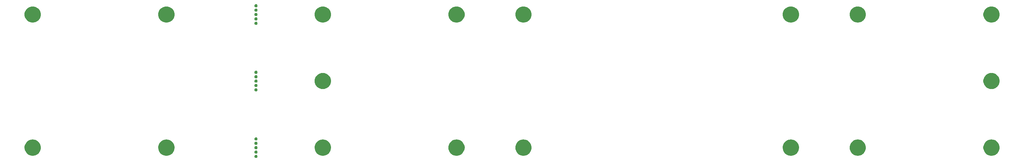
<source format=gbr>
G04 #@! TF.GenerationSoftware,KiCad,Pcbnew,(5.1.2-1)-1*
G04 #@! TF.CreationDate,2020-05-24T08:17:01-05:00*
G04 #@! TF.ProjectId,therick48.16SP_top_plate,74686572-6963-46b3-9438-2e313653505f,rev?*
G04 #@! TF.SameCoordinates,Original*
G04 #@! TF.FileFunction,Soldermask,Top*
G04 #@! TF.FilePolarity,Negative*
%FSLAX46Y46*%
G04 Gerber Fmt 4.6, Leading zero omitted, Abs format (unit mm)*
G04 Created by KiCad (PCBNEW (5.1.2-1)-1) date 2020-05-24 08:17:01*
%MOMM*%
%LPD*%
G04 APERTURE LIST*
%ADD10C,0.100000*%
G04 APERTURE END LIST*
D10*
G36*
X131231207Y-101246070D02*
G01*
X131313282Y-101280067D01*
X131313284Y-101280068D01*
X131350468Y-101304914D01*
X131387150Y-101329424D01*
X131449970Y-101392244D01*
X131499327Y-101466112D01*
X131533324Y-101548187D01*
X131550655Y-101635318D01*
X131550655Y-101724160D01*
X131533324Y-101811291D01*
X131499327Y-101893366D01*
X131499326Y-101893368D01*
X131449969Y-101967235D01*
X131387151Y-102030053D01*
X131313284Y-102079410D01*
X131313283Y-102079411D01*
X131313282Y-102079411D01*
X131231207Y-102113408D01*
X131144076Y-102130739D01*
X131055234Y-102130739D01*
X130968103Y-102113408D01*
X130886028Y-102079411D01*
X130886027Y-102079411D01*
X130886026Y-102079410D01*
X130812159Y-102030053D01*
X130749341Y-101967235D01*
X130699984Y-101893368D01*
X130699983Y-101893366D01*
X130665986Y-101811291D01*
X130648655Y-101724160D01*
X130648655Y-101635318D01*
X130665986Y-101548187D01*
X130699983Y-101466112D01*
X130749340Y-101392244D01*
X130812160Y-101329424D01*
X130848842Y-101304914D01*
X130886026Y-101280068D01*
X130886028Y-101280067D01*
X130968103Y-101246070D01*
X131055234Y-101228739D01*
X131144076Y-101228739D01*
X131231207Y-101246070D01*
X131231207Y-101246070D01*
G37*
G36*
X302548903Y-96923213D02*
G01*
X302771177Y-96967426D01*
X303189932Y-97140880D01*
X303566802Y-97392696D01*
X303887304Y-97713198D01*
X304139120Y-98090068D01*
X304312574Y-98508823D01*
X304312574Y-98508824D01*
X304401000Y-98953370D01*
X304401000Y-99406630D01*
X304376449Y-99530054D01*
X304312574Y-99851177D01*
X304139120Y-100269932D01*
X303887304Y-100646802D01*
X303566802Y-100967304D01*
X303189932Y-101219120D01*
X302771177Y-101392574D01*
X302548903Y-101436787D01*
X302326630Y-101481000D01*
X301873370Y-101481000D01*
X301651097Y-101436787D01*
X301428823Y-101392574D01*
X301010068Y-101219120D01*
X300633198Y-100967304D01*
X300312696Y-100646802D01*
X300060880Y-100269932D01*
X299887426Y-99851177D01*
X299823551Y-99530054D01*
X299799000Y-99406630D01*
X299799000Y-98953370D01*
X299887426Y-98508824D01*
X299887426Y-98508823D01*
X300060880Y-98090068D01*
X300312696Y-97713198D01*
X300633198Y-97392696D01*
X301010068Y-97140880D01*
X301428823Y-96967426D01*
X301651097Y-96923213D01*
X301873370Y-96879000D01*
X302326630Y-96879000D01*
X302548903Y-96923213D01*
X302548903Y-96923213D01*
G37*
G36*
X283548903Y-96923213D02*
G01*
X283771177Y-96967426D01*
X284189932Y-97140880D01*
X284566802Y-97392696D01*
X284887304Y-97713198D01*
X285139120Y-98090068D01*
X285312574Y-98508823D01*
X285312574Y-98508824D01*
X285401000Y-98953370D01*
X285401000Y-99406630D01*
X285376449Y-99530054D01*
X285312574Y-99851177D01*
X285139120Y-100269932D01*
X284887304Y-100646802D01*
X284566802Y-100967304D01*
X284189932Y-101219120D01*
X283771177Y-101392574D01*
X283548903Y-101436787D01*
X283326630Y-101481000D01*
X282873370Y-101481000D01*
X282651097Y-101436787D01*
X282428823Y-101392574D01*
X282010068Y-101219120D01*
X281633198Y-100967304D01*
X281312696Y-100646802D01*
X281060880Y-100269932D01*
X280887426Y-99851177D01*
X280823551Y-99530054D01*
X280799000Y-99406630D01*
X280799000Y-98953370D01*
X280887426Y-98508824D01*
X280887426Y-98508823D01*
X281060880Y-98090068D01*
X281312696Y-97713198D01*
X281633198Y-97392696D01*
X282010068Y-97140880D01*
X282428823Y-96967426D01*
X282651097Y-96923213D01*
X282873370Y-96879000D01*
X283326630Y-96879000D01*
X283548903Y-96923213D01*
X283548903Y-96923213D01*
G37*
G36*
X207548903Y-96923213D02*
G01*
X207771177Y-96967426D01*
X208189932Y-97140880D01*
X208566802Y-97392696D01*
X208887304Y-97713198D01*
X209139120Y-98090068D01*
X209312574Y-98508823D01*
X209312574Y-98508824D01*
X209401000Y-98953370D01*
X209401000Y-99406630D01*
X209376449Y-99530054D01*
X209312574Y-99851177D01*
X209139120Y-100269932D01*
X208887304Y-100646802D01*
X208566802Y-100967304D01*
X208189932Y-101219120D01*
X207771177Y-101392574D01*
X207548903Y-101436787D01*
X207326630Y-101481000D01*
X206873370Y-101481000D01*
X206651097Y-101436787D01*
X206428823Y-101392574D01*
X206010068Y-101219120D01*
X205633198Y-100967304D01*
X205312696Y-100646802D01*
X205060880Y-100269932D01*
X204887426Y-99851177D01*
X204823551Y-99530054D01*
X204799000Y-99406630D01*
X204799000Y-98953370D01*
X204887426Y-98508824D01*
X204887426Y-98508823D01*
X205060880Y-98090068D01*
X205312696Y-97713198D01*
X205633198Y-97392696D01*
X206010068Y-97140880D01*
X206428823Y-96967426D01*
X206651097Y-96923213D01*
X206873370Y-96879000D01*
X207326630Y-96879000D01*
X207548903Y-96923213D01*
X207548903Y-96923213D01*
G37*
G36*
X188548903Y-96923213D02*
G01*
X188771177Y-96967426D01*
X189189932Y-97140880D01*
X189566802Y-97392696D01*
X189887304Y-97713198D01*
X190139120Y-98090068D01*
X190312574Y-98508823D01*
X190312574Y-98508824D01*
X190401000Y-98953370D01*
X190401000Y-99406630D01*
X190376449Y-99530054D01*
X190312574Y-99851177D01*
X190139120Y-100269932D01*
X189887304Y-100646802D01*
X189566802Y-100967304D01*
X189189932Y-101219120D01*
X188771177Y-101392574D01*
X188548903Y-101436787D01*
X188326630Y-101481000D01*
X187873370Y-101481000D01*
X187651097Y-101436787D01*
X187428823Y-101392574D01*
X187010068Y-101219120D01*
X186633198Y-100967304D01*
X186312696Y-100646802D01*
X186060880Y-100269932D01*
X185887426Y-99851177D01*
X185823551Y-99530054D01*
X185799000Y-99406630D01*
X185799000Y-98953370D01*
X185887426Y-98508824D01*
X185887426Y-98508823D01*
X186060880Y-98090068D01*
X186312696Y-97713198D01*
X186633198Y-97392696D01*
X187010068Y-97140880D01*
X187428823Y-96967426D01*
X187651097Y-96923213D01*
X187873370Y-96879000D01*
X188326630Y-96879000D01*
X188548903Y-96923213D01*
X188548903Y-96923213D01*
G37*
G36*
X150548903Y-96923213D02*
G01*
X150771177Y-96967426D01*
X151189932Y-97140880D01*
X151566802Y-97392696D01*
X151887304Y-97713198D01*
X152139120Y-98090068D01*
X152312574Y-98508823D01*
X152312574Y-98508824D01*
X152401000Y-98953370D01*
X152401000Y-99406630D01*
X152376449Y-99530054D01*
X152312574Y-99851177D01*
X152139120Y-100269932D01*
X151887304Y-100646802D01*
X151566802Y-100967304D01*
X151189932Y-101219120D01*
X150771177Y-101392574D01*
X150548903Y-101436787D01*
X150326630Y-101481000D01*
X149873370Y-101481000D01*
X149651097Y-101436787D01*
X149428823Y-101392574D01*
X149010068Y-101219120D01*
X148633198Y-100967304D01*
X148312696Y-100646802D01*
X148060880Y-100269932D01*
X147887426Y-99851177D01*
X147823551Y-99530054D01*
X147799000Y-99406630D01*
X147799000Y-98953370D01*
X147887426Y-98508824D01*
X147887426Y-98508823D01*
X148060880Y-98090068D01*
X148312696Y-97713198D01*
X148633198Y-97392696D01*
X149010068Y-97140880D01*
X149428823Y-96967426D01*
X149651097Y-96923213D01*
X149873370Y-96879000D01*
X150326630Y-96879000D01*
X150548903Y-96923213D01*
X150548903Y-96923213D01*
G37*
G36*
X106088896Y-96923213D02*
G01*
X106311170Y-96967426D01*
X106729925Y-97140880D01*
X107106795Y-97392696D01*
X107427297Y-97713198D01*
X107679113Y-98090068D01*
X107852567Y-98508823D01*
X107852567Y-98508824D01*
X107940993Y-98953370D01*
X107940993Y-99406630D01*
X107916442Y-99530054D01*
X107852567Y-99851177D01*
X107679113Y-100269932D01*
X107427297Y-100646802D01*
X107106795Y-100967304D01*
X106729925Y-101219120D01*
X106311170Y-101392574D01*
X106088896Y-101436787D01*
X105866623Y-101481000D01*
X105413363Y-101481000D01*
X105191090Y-101436787D01*
X104968816Y-101392574D01*
X104550061Y-101219120D01*
X104173191Y-100967304D01*
X103852689Y-100646802D01*
X103600873Y-100269932D01*
X103427419Y-99851177D01*
X103363544Y-99530054D01*
X103338993Y-99406630D01*
X103338993Y-98953370D01*
X103427419Y-98508824D01*
X103427419Y-98508823D01*
X103600873Y-98090068D01*
X103852689Y-97713198D01*
X104173191Y-97392696D01*
X104550061Y-97140880D01*
X104968816Y-96967426D01*
X105191090Y-96923213D01*
X105413363Y-96879000D01*
X105866623Y-96879000D01*
X106088896Y-96923213D01*
X106088896Y-96923213D01*
G37*
G36*
X68088896Y-96923213D02*
G01*
X68311170Y-96967426D01*
X68729925Y-97140880D01*
X69106795Y-97392696D01*
X69427297Y-97713198D01*
X69679113Y-98090068D01*
X69852567Y-98508823D01*
X69852567Y-98508824D01*
X69940993Y-98953370D01*
X69940993Y-99406630D01*
X69916442Y-99530054D01*
X69852567Y-99851177D01*
X69679113Y-100269932D01*
X69427297Y-100646802D01*
X69106795Y-100967304D01*
X68729925Y-101219120D01*
X68311170Y-101392574D01*
X68088896Y-101436787D01*
X67866623Y-101481000D01*
X67413363Y-101481000D01*
X67191090Y-101436787D01*
X66968816Y-101392574D01*
X66550061Y-101219120D01*
X66173191Y-100967304D01*
X65852689Y-100646802D01*
X65600873Y-100269932D01*
X65427419Y-99851177D01*
X65363544Y-99530054D01*
X65338993Y-99406630D01*
X65338993Y-98953370D01*
X65427419Y-98508824D01*
X65427419Y-98508823D01*
X65600873Y-98090068D01*
X65852689Y-97713198D01*
X66173191Y-97392696D01*
X66550061Y-97140880D01*
X66968816Y-96967426D01*
X67191090Y-96923213D01*
X67413363Y-96879000D01*
X67866623Y-96879000D01*
X68088896Y-96923213D01*
X68088896Y-96923213D01*
G37*
G36*
X340548903Y-96923213D02*
G01*
X340771177Y-96967426D01*
X341189932Y-97140880D01*
X341566802Y-97392696D01*
X341887304Y-97713198D01*
X342139120Y-98090068D01*
X342312574Y-98508823D01*
X342312574Y-98508824D01*
X342401000Y-98953370D01*
X342401000Y-99406630D01*
X342376449Y-99530054D01*
X342312574Y-99851177D01*
X342139120Y-100269932D01*
X341887304Y-100646802D01*
X341566802Y-100967304D01*
X341189932Y-101219120D01*
X340771177Y-101392574D01*
X340548903Y-101436787D01*
X340326630Y-101481000D01*
X339873370Y-101481000D01*
X339651097Y-101436787D01*
X339428823Y-101392574D01*
X339010068Y-101219120D01*
X338633198Y-100967304D01*
X338312696Y-100646802D01*
X338060880Y-100269932D01*
X337887426Y-99851177D01*
X337823551Y-99530054D01*
X337799000Y-99406630D01*
X337799000Y-98953370D01*
X337887426Y-98508824D01*
X337887426Y-98508823D01*
X338060880Y-98090068D01*
X338312696Y-97713198D01*
X338633198Y-97392696D01*
X339010068Y-97140880D01*
X339428823Y-96967426D01*
X339651097Y-96923213D01*
X339873370Y-96879000D01*
X340326630Y-96879000D01*
X340548903Y-96923213D01*
X340548903Y-96923213D01*
G37*
G36*
X131231207Y-99996070D02*
G01*
X131313282Y-100030067D01*
X131313284Y-100030068D01*
X131350468Y-100054914D01*
X131387150Y-100079424D01*
X131449970Y-100142244D01*
X131499327Y-100216112D01*
X131533324Y-100298187D01*
X131550655Y-100385318D01*
X131550655Y-100474160D01*
X131533324Y-100561291D01*
X131499327Y-100643366D01*
X131499326Y-100643368D01*
X131449969Y-100717235D01*
X131387151Y-100780053D01*
X131313284Y-100829410D01*
X131313283Y-100829411D01*
X131313282Y-100829411D01*
X131231207Y-100863408D01*
X131144076Y-100880739D01*
X131055234Y-100880739D01*
X130968103Y-100863408D01*
X130886028Y-100829411D01*
X130886027Y-100829411D01*
X130886026Y-100829410D01*
X130812159Y-100780053D01*
X130749341Y-100717235D01*
X130699984Y-100643368D01*
X130699983Y-100643366D01*
X130665986Y-100561291D01*
X130648655Y-100474160D01*
X130648655Y-100385318D01*
X130665986Y-100298187D01*
X130699983Y-100216112D01*
X130749340Y-100142244D01*
X130812160Y-100079424D01*
X130848842Y-100054914D01*
X130886026Y-100030068D01*
X130886028Y-100030067D01*
X130968103Y-99996070D01*
X131055234Y-99978739D01*
X131144076Y-99978739D01*
X131231207Y-99996070D01*
X131231207Y-99996070D01*
G37*
G36*
X131231207Y-98746070D02*
G01*
X131313282Y-98780067D01*
X131313284Y-98780068D01*
X131350468Y-98804914D01*
X131387150Y-98829424D01*
X131449970Y-98892244D01*
X131499327Y-98966112D01*
X131533324Y-99048187D01*
X131550655Y-99135318D01*
X131550655Y-99224160D01*
X131533324Y-99311291D01*
X131499327Y-99393366D01*
X131499326Y-99393368D01*
X131449969Y-99467235D01*
X131387151Y-99530053D01*
X131313284Y-99579410D01*
X131313283Y-99579411D01*
X131313282Y-99579411D01*
X131231207Y-99613408D01*
X131144076Y-99630739D01*
X131055234Y-99630739D01*
X130968103Y-99613408D01*
X130886028Y-99579411D01*
X130886027Y-99579411D01*
X130886026Y-99579410D01*
X130812159Y-99530053D01*
X130749341Y-99467235D01*
X130699984Y-99393368D01*
X130699983Y-99393366D01*
X130665986Y-99311291D01*
X130648655Y-99224160D01*
X130648655Y-99135318D01*
X130665986Y-99048187D01*
X130699983Y-98966112D01*
X130749340Y-98892244D01*
X130812160Y-98829424D01*
X130848842Y-98804914D01*
X130886026Y-98780068D01*
X130886028Y-98780067D01*
X130968103Y-98746070D01*
X131055234Y-98728739D01*
X131144076Y-98728739D01*
X131231207Y-98746070D01*
X131231207Y-98746070D01*
G37*
G36*
X131231207Y-97496070D02*
G01*
X131313282Y-97530067D01*
X131313284Y-97530068D01*
X131350468Y-97554914D01*
X131387150Y-97579424D01*
X131449970Y-97642244D01*
X131499327Y-97716112D01*
X131533324Y-97798187D01*
X131550655Y-97885318D01*
X131550655Y-97974160D01*
X131533324Y-98061291D01*
X131499327Y-98143366D01*
X131499326Y-98143368D01*
X131449969Y-98217235D01*
X131387151Y-98280053D01*
X131313284Y-98329410D01*
X131313283Y-98329411D01*
X131313282Y-98329411D01*
X131231207Y-98363408D01*
X131144076Y-98380739D01*
X131055234Y-98380739D01*
X130968103Y-98363408D01*
X130886028Y-98329411D01*
X130886027Y-98329411D01*
X130886026Y-98329410D01*
X130812159Y-98280053D01*
X130749341Y-98217235D01*
X130699984Y-98143368D01*
X130699983Y-98143366D01*
X130665986Y-98061291D01*
X130648655Y-97974160D01*
X130648655Y-97885318D01*
X130665986Y-97798187D01*
X130699983Y-97716112D01*
X130749340Y-97642244D01*
X130812160Y-97579424D01*
X130848842Y-97554914D01*
X130886026Y-97530068D01*
X130886028Y-97530067D01*
X130968103Y-97496070D01*
X131055234Y-97478739D01*
X131144076Y-97478739D01*
X131231207Y-97496070D01*
X131231207Y-97496070D01*
G37*
G36*
X131231207Y-96246070D02*
G01*
X131313282Y-96280067D01*
X131313284Y-96280068D01*
X131350468Y-96304914D01*
X131387150Y-96329424D01*
X131449970Y-96392244D01*
X131499327Y-96466112D01*
X131533324Y-96548187D01*
X131550655Y-96635318D01*
X131550655Y-96724160D01*
X131533324Y-96811291D01*
X131499327Y-96893366D01*
X131499326Y-96893368D01*
X131449969Y-96967235D01*
X131387151Y-97030053D01*
X131313284Y-97079410D01*
X131313283Y-97079411D01*
X131313282Y-97079411D01*
X131231207Y-97113408D01*
X131144076Y-97130739D01*
X131055234Y-97130739D01*
X130968103Y-97113408D01*
X130886028Y-97079411D01*
X130886027Y-97079411D01*
X130886026Y-97079410D01*
X130812159Y-97030053D01*
X130749341Y-96967235D01*
X130699984Y-96893368D01*
X130699983Y-96893366D01*
X130665986Y-96811291D01*
X130648655Y-96724160D01*
X130648655Y-96635318D01*
X130665986Y-96548187D01*
X130699983Y-96466112D01*
X130749340Y-96392244D01*
X130812160Y-96329424D01*
X130848842Y-96304914D01*
X130886026Y-96280068D01*
X130886028Y-96280067D01*
X130968103Y-96246070D01*
X131055234Y-96228739D01*
X131144076Y-96228739D01*
X131231207Y-96246070D01*
X131231207Y-96246070D01*
G37*
G36*
X131231207Y-82246120D02*
G01*
X131313282Y-82280117D01*
X131313284Y-82280118D01*
X131350468Y-82304964D01*
X131387150Y-82329474D01*
X131449970Y-82392294D01*
X131499327Y-82466162D01*
X131533324Y-82548237D01*
X131550655Y-82635368D01*
X131550655Y-82724210D01*
X131533324Y-82811341D01*
X131499327Y-82893416D01*
X131499326Y-82893418D01*
X131449969Y-82967285D01*
X131387151Y-83030103D01*
X131313284Y-83079460D01*
X131313283Y-83079461D01*
X131313282Y-83079461D01*
X131231207Y-83113458D01*
X131144076Y-83130789D01*
X131055234Y-83130789D01*
X130968103Y-83113458D01*
X130886028Y-83079461D01*
X130886027Y-83079461D01*
X130886026Y-83079460D01*
X130812159Y-83030103D01*
X130749341Y-82967285D01*
X130699984Y-82893418D01*
X130699983Y-82893416D01*
X130665986Y-82811341D01*
X130648655Y-82724210D01*
X130648655Y-82635368D01*
X130665986Y-82548237D01*
X130699983Y-82466162D01*
X130749340Y-82392294D01*
X130812160Y-82329474D01*
X130848842Y-82304964D01*
X130886026Y-82280118D01*
X130886028Y-82280117D01*
X130968103Y-82246120D01*
X131055234Y-82228789D01*
X131144076Y-82228789D01*
X131231207Y-82246120D01*
X131231207Y-82246120D01*
G37*
G36*
X150548903Y-77923213D02*
G01*
X150771177Y-77967426D01*
X151189932Y-78140880D01*
X151566802Y-78392696D01*
X151887304Y-78713198D01*
X152139120Y-79090068D01*
X152312574Y-79508823D01*
X152401000Y-79953371D01*
X152401000Y-80406629D01*
X152312574Y-80851177D01*
X152139120Y-81269932D01*
X151887304Y-81646802D01*
X151566802Y-81967304D01*
X151189932Y-82219120D01*
X150771177Y-82392574D01*
X150548903Y-82436787D01*
X150326630Y-82481000D01*
X149873370Y-82481000D01*
X149651097Y-82436787D01*
X149428823Y-82392574D01*
X149010068Y-82219120D01*
X148633198Y-81967304D01*
X148312696Y-81646802D01*
X148060880Y-81269932D01*
X147887426Y-80851177D01*
X147799000Y-80406629D01*
X147799000Y-79953371D01*
X147887426Y-79508823D01*
X148060880Y-79090068D01*
X148312696Y-78713198D01*
X148633198Y-78392696D01*
X149010068Y-78140880D01*
X149428823Y-77967426D01*
X149651097Y-77923213D01*
X149873370Y-77879000D01*
X150326630Y-77879000D01*
X150548903Y-77923213D01*
X150548903Y-77923213D01*
G37*
G36*
X340548903Y-77923213D02*
G01*
X340771177Y-77967426D01*
X341189932Y-78140880D01*
X341566802Y-78392696D01*
X341887304Y-78713198D01*
X342139120Y-79090068D01*
X342312574Y-79508823D01*
X342401000Y-79953371D01*
X342401000Y-80406629D01*
X342312574Y-80851177D01*
X342139120Y-81269932D01*
X341887304Y-81646802D01*
X341566802Y-81967304D01*
X341189932Y-82219120D01*
X340771177Y-82392574D01*
X340548903Y-82436787D01*
X340326630Y-82481000D01*
X339873370Y-82481000D01*
X339651097Y-82436787D01*
X339428823Y-82392574D01*
X339010068Y-82219120D01*
X338633198Y-81967304D01*
X338312696Y-81646802D01*
X338060880Y-81269932D01*
X337887426Y-80851177D01*
X337799000Y-80406629D01*
X337799000Y-79953371D01*
X337887426Y-79508823D01*
X338060880Y-79090068D01*
X338312696Y-78713198D01*
X338633198Y-78392696D01*
X339010068Y-78140880D01*
X339428823Y-77967426D01*
X339651097Y-77923213D01*
X339873370Y-77879000D01*
X340326630Y-77879000D01*
X340548903Y-77923213D01*
X340548903Y-77923213D01*
G37*
G36*
X131231207Y-80996120D02*
G01*
X131313282Y-81030117D01*
X131313284Y-81030118D01*
X131350468Y-81054964D01*
X131387150Y-81079474D01*
X131449970Y-81142294D01*
X131499327Y-81216162D01*
X131533324Y-81298237D01*
X131550655Y-81385368D01*
X131550655Y-81474210D01*
X131533324Y-81561341D01*
X131499327Y-81643416D01*
X131499326Y-81643418D01*
X131449969Y-81717285D01*
X131387151Y-81780103D01*
X131313284Y-81829460D01*
X131313283Y-81829461D01*
X131313282Y-81829461D01*
X131231207Y-81863458D01*
X131144076Y-81880789D01*
X131055234Y-81880789D01*
X130968103Y-81863458D01*
X130886028Y-81829461D01*
X130886027Y-81829461D01*
X130886026Y-81829460D01*
X130812159Y-81780103D01*
X130749341Y-81717285D01*
X130699984Y-81643418D01*
X130699983Y-81643416D01*
X130665986Y-81561341D01*
X130648655Y-81474210D01*
X130648655Y-81385368D01*
X130665986Y-81298237D01*
X130699983Y-81216162D01*
X130749340Y-81142294D01*
X130812160Y-81079474D01*
X130848842Y-81054964D01*
X130886026Y-81030118D01*
X130886028Y-81030117D01*
X130968103Y-80996120D01*
X131055234Y-80978789D01*
X131144076Y-80978789D01*
X131231207Y-80996120D01*
X131231207Y-80996120D01*
G37*
G36*
X131231207Y-79746120D02*
G01*
X131313282Y-79780117D01*
X131313284Y-79780118D01*
X131387151Y-79829475D01*
X131449969Y-79892293D01*
X131490781Y-79953371D01*
X131499327Y-79966162D01*
X131533324Y-80048237D01*
X131550655Y-80135368D01*
X131550655Y-80224210D01*
X131533324Y-80311341D01*
X131499327Y-80393416D01*
X131499326Y-80393418D01*
X131449969Y-80467285D01*
X131387151Y-80530103D01*
X131313284Y-80579460D01*
X131313283Y-80579461D01*
X131313282Y-80579461D01*
X131231207Y-80613458D01*
X131144076Y-80630789D01*
X131055234Y-80630789D01*
X130968103Y-80613458D01*
X130886028Y-80579461D01*
X130886027Y-80579461D01*
X130886026Y-80579460D01*
X130812159Y-80530103D01*
X130749341Y-80467285D01*
X130699984Y-80393418D01*
X130699983Y-80393416D01*
X130665986Y-80311341D01*
X130648655Y-80224210D01*
X130648655Y-80135368D01*
X130665986Y-80048237D01*
X130699983Y-79966162D01*
X130708530Y-79953371D01*
X130749341Y-79892293D01*
X130812159Y-79829475D01*
X130886026Y-79780118D01*
X130886028Y-79780117D01*
X130968103Y-79746120D01*
X131055234Y-79728789D01*
X131144076Y-79728789D01*
X131231207Y-79746120D01*
X131231207Y-79746120D01*
G37*
G36*
X131231207Y-78496120D02*
G01*
X131313282Y-78530117D01*
X131313284Y-78530118D01*
X131350468Y-78554964D01*
X131387150Y-78579474D01*
X131449970Y-78642294D01*
X131499327Y-78716162D01*
X131533324Y-78798237D01*
X131550655Y-78885368D01*
X131550655Y-78974210D01*
X131533324Y-79061341D01*
X131499327Y-79143416D01*
X131499326Y-79143418D01*
X131449969Y-79217285D01*
X131387151Y-79280103D01*
X131313284Y-79329460D01*
X131313283Y-79329461D01*
X131313282Y-79329461D01*
X131231207Y-79363458D01*
X131144076Y-79380789D01*
X131055234Y-79380789D01*
X130968103Y-79363458D01*
X130886028Y-79329461D01*
X130886027Y-79329461D01*
X130886026Y-79329460D01*
X130812159Y-79280103D01*
X130749341Y-79217285D01*
X130699984Y-79143418D01*
X130699983Y-79143416D01*
X130665986Y-79061341D01*
X130648655Y-78974210D01*
X130648655Y-78885368D01*
X130665986Y-78798237D01*
X130699983Y-78716162D01*
X130749340Y-78642294D01*
X130812160Y-78579474D01*
X130848842Y-78554964D01*
X130886026Y-78530118D01*
X130886028Y-78530117D01*
X130968103Y-78496120D01*
X131055234Y-78478789D01*
X131144076Y-78478789D01*
X131231207Y-78496120D01*
X131231207Y-78496120D01*
G37*
G36*
X131231207Y-77246120D02*
G01*
X131313282Y-77280117D01*
X131313284Y-77280118D01*
X131350468Y-77304964D01*
X131387150Y-77329474D01*
X131449970Y-77392294D01*
X131499327Y-77466162D01*
X131533324Y-77548237D01*
X131550655Y-77635368D01*
X131550655Y-77724210D01*
X131533324Y-77811341D01*
X131505298Y-77879000D01*
X131499326Y-77893418D01*
X131449969Y-77967285D01*
X131387151Y-78030103D01*
X131313284Y-78079460D01*
X131313283Y-78079461D01*
X131313282Y-78079461D01*
X131231207Y-78113458D01*
X131144076Y-78130789D01*
X131055234Y-78130789D01*
X130968103Y-78113458D01*
X130886028Y-78079461D01*
X130886027Y-78079461D01*
X130886026Y-78079460D01*
X130812159Y-78030103D01*
X130749341Y-77967285D01*
X130699984Y-77893418D01*
X130694012Y-77879000D01*
X130665986Y-77811341D01*
X130648655Y-77724210D01*
X130648655Y-77635368D01*
X130665986Y-77548237D01*
X130699983Y-77466162D01*
X130749340Y-77392294D01*
X130812160Y-77329474D01*
X130848842Y-77304964D01*
X130886026Y-77280118D01*
X130886028Y-77280117D01*
X130968103Y-77246120D01*
X131055234Y-77228789D01*
X131144076Y-77228789D01*
X131231207Y-77246120D01*
X131231207Y-77246120D01*
G37*
G36*
X131231207Y-63246170D02*
G01*
X131313282Y-63280167D01*
X131313284Y-63280168D01*
X131350468Y-63305014D01*
X131387150Y-63329524D01*
X131449970Y-63392344D01*
X131499327Y-63466212D01*
X131533324Y-63548287D01*
X131550655Y-63635418D01*
X131550655Y-63724260D01*
X131533324Y-63811391D01*
X131499327Y-63893466D01*
X131499326Y-63893468D01*
X131449969Y-63967335D01*
X131387151Y-64030153D01*
X131313284Y-64079510D01*
X131313283Y-64079511D01*
X131313282Y-64079511D01*
X131231207Y-64113508D01*
X131144076Y-64130839D01*
X131055234Y-64130839D01*
X130968103Y-64113508D01*
X130886028Y-64079511D01*
X130886027Y-64079511D01*
X130886026Y-64079510D01*
X130812159Y-64030153D01*
X130749341Y-63967335D01*
X130699984Y-63893468D01*
X130699983Y-63893466D01*
X130665986Y-63811391D01*
X130648655Y-63724260D01*
X130648655Y-63635418D01*
X130665986Y-63548287D01*
X130699983Y-63466212D01*
X130749340Y-63392344D01*
X130812160Y-63329524D01*
X130848842Y-63305014D01*
X130886026Y-63280168D01*
X130886028Y-63280167D01*
X130968103Y-63246170D01*
X131055234Y-63228839D01*
X131144076Y-63228839D01*
X131231207Y-63246170D01*
X131231207Y-63246170D01*
G37*
G36*
X283399355Y-58893466D02*
G01*
X283771177Y-58967426D01*
X284189932Y-59140880D01*
X284566802Y-59392696D01*
X284887304Y-59713198D01*
X285139120Y-60090068D01*
X285312574Y-60508823D01*
X285401000Y-60953371D01*
X285401000Y-61406629D01*
X285312574Y-61851177D01*
X285139120Y-62269932D01*
X284887304Y-62646802D01*
X284566802Y-62967304D01*
X284189932Y-63219120D01*
X283771177Y-63392574D01*
X283548903Y-63436787D01*
X283326630Y-63481000D01*
X282873370Y-63481000D01*
X282651097Y-63436787D01*
X282428823Y-63392574D01*
X282010068Y-63219120D01*
X281633198Y-62967304D01*
X281312696Y-62646802D01*
X281060880Y-62269932D01*
X280887426Y-61851177D01*
X280799000Y-61406629D01*
X280799000Y-60953371D01*
X280887426Y-60508823D01*
X281060880Y-60090068D01*
X281312696Y-59713198D01*
X281633198Y-59392696D01*
X282010068Y-59140880D01*
X282428823Y-58967426D01*
X282800645Y-58893466D01*
X282873370Y-58879000D01*
X283326630Y-58879000D01*
X283399355Y-58893466D01*
X283399355Y-58893466D01*
G37*
G36*
X207399355Y-58893466D02*
G01*
X207771177Y-58967426D01*
X208189932Y-59140880D01*
X208566802Y-59392696D01*
X208887304Y-59713198D01*
X209139120Y-60090068D01*
X209312574Y-60508823D01*
X209401000Y-60953371D01*
X209401000Y-61406629D01*
X209312574Y-61851177D01*
X209139120Y-62269932D01*
X208887304Y-62646802D01*
X208566802Y-62967304D01*
X208189932Y-63219120D01*
X207771177Y-63392574D01*
X207548903Y-63436787D01*
X207326630Y-63481000D01*
X206873370Y-63481000D01*
X206651097Y-63436787D01*
X206428823Y-63392574D01*
X206010068Y-63219120D01*
X205633198Y-62967304D01*
X205312696Y-62646802D01*
X205060880Y-62269932D01*
X204887426Y-61851177D01*
X204799000Y-61406629D01*
X204799000Y-60953371D01*
X204887426Y-60508823D01*
X205060880Y-60090068D01*
X205312696Y-59713198D01*
X205633198Y-59392696D01*
X206010068Y-59140880D01*
X206428823Y-58967426D01*
X206800645Y-58893466D01*
X206873370Y-58879000D01*
X207326630Y-58879000D01*
X207399355Y-58893466D01*
X207399355Y-58893466D01*
G37*
G36*
X105939348Y-58893466D02*
G01*
X106311170Y-58967426D01*
X106729925Y-59140880D01*
X107106795Y-59392696D01*
X107427297Y-59713198D01*
X107679113Y-60090068D01*
X107852567Y-60508823D01*
X107940993Y-60953371D01*
X107940993Y-61406629D01*
X107852567Y-61851177D01*
X107679113Y-62269932D01*
X107427297Y-62646802D01*
X107106795Y-62967304D01*
X106729925Y-63219120D01*
X106311170Y-63392574D01*
X106088896Y-63436787D01*
X105866623Y-63481000D01*
X105413363Y-63481000D01*
X105191090Y-63436787D01*
X104968816Y-63392574D01*
X104550061Y-63219120D01*
X104173191Y-62967304D01*
X103852689Y-62646802D01*
X103600873Y-62269932D01*
X103427419Y-61851177D01*
X103338993Y-61406629D01*
X103338993Y-60953371D01*
X103427419Y-60508823D01*
X103600873Y-60090068D01*
X103852689Y-59713198D01*
X104173191Y-59392696D01*
X104550061Y-59140880D01*
X104968816Y-58967426D01*
X105340638Y-58893466D01*
X105413363Y-58879000D01*
X105866623Y-58879000D01*
X105939348Y-58893466D01*
X105939348Y-58893466D01*
G37*
G36*
X67939348Y-58893466D02*
G01*
X68311170Y-58967426D01*
X68729925Y-59140880D01*
X69106795Y-59392696D01*
X69427297Y-59713198D01*
X69679113Y-60090068D01*
X69852567Y-60508823D01*
X69940993Y-60953371D01*
X69940993Y-61406629D01*
X69852567Y-61851177D01*
X69679113Y-62269932D01*
X69427297Y-62646802D01*
X69106795Y-62967304D01*
X68729925Y-63219120D01*
X68311170Y-63392574D01*
X68088896Y-63436787D01*
X67866623Y-63481000D01*
X67413363Y-63481000D01*
X67191090Y-63436787D01*
X66968816Y-63392574D01*
X66550061Y-63219120D01*
X66173191Y-62967304D01*
X65852689Y-62646802D01*
X65600873Y-62269932D01*
X65427419Y-61851177D01*
X65338993Y-61406629D01*
X65338993Y-60953371D01*
X65427419Y-60508823D01*
X65600873Y-60090068D01*
X65852689Y-59713198D01*
X66173191Y-59392696D01*
X66550061Y-59140880D01*
X66968816Y-58967426D01*
X67340638Y-58893466D01*
X67413363Y-58879000D01*
X67866623Y-58879000D01*
X67939348Y-58893466D01*
X67939348Y-58893466D01*
G37*
G36*
X150399355Y-58893466D02*
G01*
X150771177Y-58967426D01*
X151189932Y-59140880D01*
X151566802Y-59392696D01*
X151887304Y-59713198D01*
X152139120Y-60090068D01*
X152312574Y-60508823D01*
X152401000Y-60953371D01*
X152401000Y-61406629D01*
X152312574Y-61851177D01*
X152139120Y-62269932D01*
X151887304Y-62646802D01*
X151566802Y-62967304D01*
X151189932Y-63219120D01*
X150771177Y-63392574D01*
X150548903Y-63436787D01*
X150326630Y-63481000D01*
X149873370Y-63481000D01*
X149651097Y-63436787D01*
X149428823Y-63392574D01*
X149010068Y-63219120D01*
X148633198Y-62967304D01*
X148312696Y-62646802D01*
X148060880Y-62269932D01*
X147887426Y-61851177D01*
X147799000Y-61406629D01*
X147799000Y-60953371D01*
X147887426Y-60508823D01*
X148060880Y-60090068D01*
X148312696Y-59713198D01*
X148633198Y-59392696D01*
X149010068Y-59140880D01*
X149428823Y-58967426D01*
X149800645Y-58893466D01*
X149873370Y-58879000D01*
X150326630Y-58879000D01*
X150399355Y-58893466D01*
X150399355Y-58893466D01*
G37*
G36*
X302399355Y-58893466D02*
G01*
X302771177Y-58967426D01*
X303189932Y-59140880D01*
X303566802Y-59392696D01*
X303887304Y-59713198D01*
X304139120Y-60090068D01*
X304312574Y-60508823D01*
X304401000Y-60953371D01*
X304401000Y-61406629D01*
X304312574Y-61851177D01*
X304139120Y-62269932D01*
X303887304Y-62646802D01*
X303566802Y-62967304D01*
X303189932Y-63219120D01*
X302771177Y-63392574D01*
X302548903Y-63436787D01*
X302326630Y-63481000D01*
X301873370Y-63481000D01*
X301651097Y-63436787D01*
X301428823Y-63392574D01*
X301010068Y-63219120D01*
X300633198Y-62967304D01*
X300312696Y-62646802D01*
X300060880Y-62269932D01*
X299887426Y-61851177D01*
X299799000Y-61406629D01*
X299799000Y-60953371D01*
X299887426Y-60508823D01*
X300060880Y-60090068D01*
X300312696Y-59713198D01*
X300633198Y-59392696D01*
X301010068Y-59140880D01*
X301428823Y-58967426D01*
X301800645Y-58893466D01*
X301873370Y-58879000D01*
X302326630Y-58879000D01*
X302399355Y-58893466D01*
X302399355Y-58893466D01*
G37*
G36*
X188399355Y-58893466D02*
G01*
X188771177Y-58967426D01*
X189189932Y-59140880D01*
X189566802Y-59392696D01*
X189887304Y-59713198D01*
X190139120Y-60090068D01*
X190312574Y-60508823D01*
X190401000Y-60953371D01*
X190401000Y-61406629D01*
X190312574Y-61851177D01*
X190139120Y-62269932D01*
X189887304Y-62646802D01*
X189566802Y-62967304D01*
X189189932Y-63219120D01*
X188771177Y-63392574D01*
X188548903Y-63436787D01*
X188326630Y-63481000D01*
X187873370Y-63481000D01*
X187651097Y-63436787D01*
X187428823Y-63392574D01*
X187010068Y-63219120D01*
X186633198Y-62967304D01*
X186312696Y-62646802D01*
X186060880Y-62269932D01*
X185887426Y-61851177D01*
X185799000Y-61406629D01*
X185799000Y-60953371D01*
X185887426Y-60508823D01*
X186060880Y-60090068D01*
X186312696Y-59713198D01*
X186633198Y-59392696D01*
X187010068Y-59140880D01*
X187428823Y-58967426D01*
X187800645Y-58893466D01*
X187873370Y-58879000D01*
X188326630Y-58879000D01*
X188399355Y-58893466D01*
X188399355Y-58893466D01*
G37*
G36*
X340399355Y-58893466D02*
G01*
X340771177Y-58967426D01*
X341189932Y-59140880D01*
X341566802Y-59392696D01*
X341887304Y-59713198D01*
X342139120Y-60090068D01*
X342312574Y-60508823D01*
X342401000Y-60953371D01*
X342401000Y-61406629D01*
X342312574Y-61851177D01*
X342139120Y-62269932D01*
X341887304Y-62646802D01*
X341566802Y-62967304D01*
X341189932Y-63219120D01*
X340771177Y-63392574D01*
X340548903Y-63436787D01*
X340326630Y-63481000D01*
X339873370Y-63481000D01*
X339651097Y-63436787D01*
X339428823Y-63392574D01*
X339010068Y-63219120D01*
X338633198Y-62967304D01*
X338312696Y-62646802D01*
X338060880Y-62269932D01*
X337887426Y-61851177D01*
X337799000Y-61406629D01*
X337799000Y-60953371D01*
X337887426Y-60508823D01*
X338060880Y-60090068D01*
X338312696Y-59713198D01*
X338633198Y-59392696D01*
X339010068Y-59140880D01*
X339428823Y-58967426D01*
X339800645Y-58893466D01*
X339873370Y-58879000D01*
X340326630Y-58879000D01*
X340399355Y-58893466D01*
X340399355Y-58893466D01*
G37*
G36*
X131231207Y-61996170D02*
G01*
X131313282Y-62030167D01*
X131313284Y-62030168D01*
X131350468Y-62055014D01*
X131387150Y-62079524D01*
X131449970Y-62142344D01*
X131499327Y-62216212D01*
X131533324Y-62298287D01*
X131550655Y-62385418D01*
X131550655Y-62474260D01*
X131533324Y-62561391D01*
X131499327Y-62643466D01*
X131499326Y-62643468D01*
X131449969Y-62717335D01*
X131387151Y-62780153D01*
X131313284Y-62829510D01*
X131313283Y-62829511D01*
X131313282Y-62829511D01*
X131231207Y-62863508D01*
X131144076Y-62880839D01*
X131055234Y-62880839D01*
X130968103Y-62863508D01*
X130886028Y-62829511D01*
X130886027Y-62829511D01*
X130886026Y-62829510D01*
X130812159Y-62780153D01*
X130749341Y-62717335D01*
X130699984Y-62643468D01*
X130699983Y-62643466D01*
X130665986Y-62561391D01*
X130648655Y-62474260D01*
X130648655Y-62385418D01*
X130665986Y-62298287D01*
X130699983Y-62216212D01*
X130749340Y-62142344D01*
X130812160Y-62079524D01*
X130848842Y-62055014D01*
X130886026Y-62030168D01*
X130886028Y-62030167D01*
X130968103Y-61996170D01*
X131055234Y-61978839D01*
X131144076Y-61978839D01*
X131231207Y-61996170D01*
X131231207Y-61996170D01*
G37*
G36*
X131231207Y-60746170D02*
G01*
X131313282Y-60780167D01*
X131313284Y-60780168D01*
X131350468Y-60805014D01*
X131387150Y-60829524D01*
X131449970Y-60892344D01*
X131499327Y-60966212D01*
X131533324Y-61048287D01*
X131550655Y-61135418D01*
X131550655Y-61224260D01*
X131533324Y-61311391D01*
X131499327Y-61393466D01*
X131499326Y-61393468D01*
X131449969Y-61467335D01*
X131387151Y-61530153D01*
X131313284Y-61579510D01*
X131313283Y-61579511D01*
X131313282Y-61579511D01*
X131231207Y-61613508D01*
X131144076Y-61630839D01*
X131055234Y-61630839D01*
X130968103Y-61613508D01*
X130886028Y-61579511D01*
X130886027Y-61579511D01*
X130886026Y-61579510D01*
X130812159Y-61530153D01*
X130749341Y-61467335D01*
X130699984Y-61393468D01*
X130699983Y-61393466D01*
X130665986Y-61311391D01*
X130648655Y-61224260D01*
X130648655Y-61135418D01*
X130665986Y-61048287D01*
X130699983Y-60966212D01*
X130749340Y-60892344D01*
X130812160Y-60829524D01*
X130848842Y-60805014D01*
X130886026Y-60780168D01*
X130886028Y-60780167D01*
X130968103Y-60746170D01*
X131055234Y-60728839D01*
X131144076Y-60728839D01*
X131231207Y-60746170D01*
X131231207Y-60746170D01*
G37*
G36*
X131231207Y-59496170D02*
G01*
X131313282Y-59530167D01*
X131313284Y-59530168D01*
X131350468Y-59555014D01*
X131387150Y-59579524D01*
X131449970Y-59642344D01*
X131499327Y-59716212D01*
X131533324Y-59798287D01*
X131550655Y-59885418D01*
X131550655Y-59974260D01*
X131533324Y-60061391D01*
X131499327Y-60143466D01*
X131499326Y-60143468D01*
X131449969Y-60217335D01*
X131387151Y-60280153D01*
X131313284Y-60329510D01*
X131313283Y-60329511D01*
X131313282Y-60329511D01*
X131231207Y-60363508D01*
X131144076Y-60380839D01*
X131055234Y-60380839D01*
X130968103Y-60363508D01*
X130886028Y-60329511D01*
X130886027Y-60329511D01*
X130886026Y-60329510D01*
X130812159Y-60280153D01*
X130749341Y-60217335D01*
X130699984Y-60143468D01*
X130699983Y-60143466D01*
X130665986Y-60061391D01*
X130648655Y-59974260D01*
X130648655Y-59885418D01*
X130665986Y-59798287D01*
X130699983Y-59716212D01*
X130749340Y-59642344D01*
X130812160Y-59579524D01*
X130848842Y-59555014D01*
X130886026Y-59530168D01*
X130886028Y-59530167D01*
X130968103Y-59496170D01*
X131055234Y-59478839D01*
X131144076Y-59478839D01*
X131231207Y-59496170D01*
X131231207Y-59496170D01*
G37*
G36*
X131231207Y-58246170D02*
G01*
X131313282Y-58280167D01*
X131313284Y-58280168D01*
X131350468Y-58305014D01*
X131387150Y-58329524D01*
X131449970Y-58392344D01*
X131499327Y-58466212D01*
X131533324Y-58548287D01*
X131550655Y-58635418D01*
X131550655Y-58724260D01*
X131533324Y-58811391D01*
X131505319Y-58879000D01*
X131499326Y-58893468D01*
X131449969Y-58967335D01*
X131387151Y-59030153D01*
X131313284Y-59079510D01*
X131313283Y-59079511D01*
X131313282Y-59079511D01*
X131231207Y-59113508D01*
X131144076Y-59130839D01*
X131055234Y-59130839D01*
X130968103Y-59113508D01*
X130886028Y-59079511D01*
X130886027Y-59079511D01*
X130886026Y-59079510D01*
X130812159Y-59030153D01*
X130749341Y-58967335D01*
X130699984Y-58893468D01*
X130693991Y-58879000D01*
X130665986Y-58811391D01*
X130648655Y-58724260D01*
X130648655Y-58635418D01*
X130665986Y-58548287D01*
X130699983Y-58466212D01*
X130749340Y-58392344D01*
X130812160Y-58329524D01*
X130848842Y-58305014D01*
X130886026Y-58280168D01*
X130886028Y-58280167D01*
X130968103Y-58246170D01*
X131055234Y-58228839D01*
X131144076Y-58228839D01*
X131231207Y-58246170D01*
X131231207Y-58246170D01*
G37*
M02*

</source>
